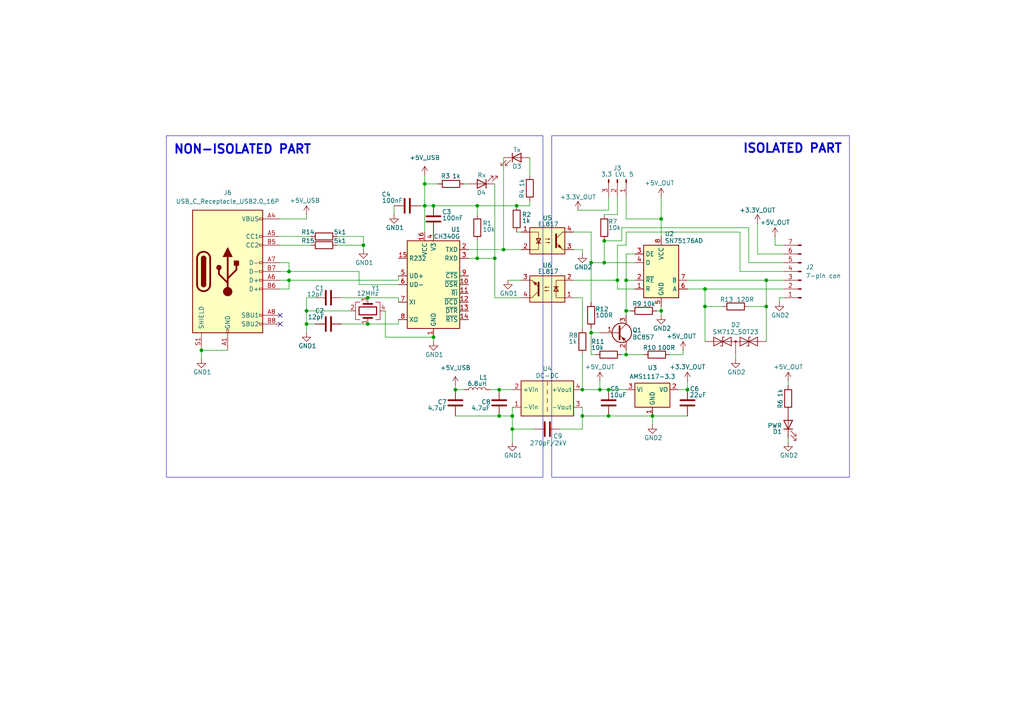
<source format=kicad_sch>
(kicad_sch (version 20250114) (generator "eeschema") (generator_version "9.0")
  (paper "A4")
  (title_block (title "Isolated USB-UART/RS485") (date "2024-11-12"))
  (lib_symbols
    (symbol "Connector:Conn_01x03_Pin" (pin_names (offset 1.016) (hide yes))
      (property "Reference" "J" (at 0 5.08 0))
      (property "Value" "Conn_01x03_Pin" (at 0 -5.08 0))
      (symbol "Conn_01x03_Pin_1_1"
        (rectangle (start 0.8636 2.667) (end 0 2.413) (stroke (width 0.1524)) (fill (type outline)))
        (rectangle (start 0.8636 0.127) (end 0 -0.127) (stroke (width 0.1524)) (fill (type outline)))
        (rectangle (start 0.8636 -2.413) (end 0 -2.667) (stroke (width 0.1524)) (fill (type outline)))
        (polyline (pts (xy 1.27 2.54) (xy 0.8636 2.54)) (stroke (width 0.1524)))
        (polyline (pts (xy 1.27 0) (xy 0.8636 0)) (stroke (width 0.1524)))
        (polyline (pts (xy 1.27 -2.54) (xy 0.8636 -2.54)) (stroke (width 0.1524)))
        (pin passive line (at 5.08 2.54 180) (length 3.81) (name "Pin_1") (number "1"))
        (pin passive line (at 5.08 0 180) (length 3.81) (name "Pin_2") (number "2"))
        (pin passive line (at 5.08 -2.54 180) (length 3.81) (name "Pin_3") (number "3"))
      )
    )
    (symbol "Connector:Conn_01x07_Pin" (pin_names (offset 1.016) (hide yes))
      (property "Reference" "J" (at 0 10.16 0))
      (property "Value" "Conn_01x07_Pin" (at 0 -10.16 0))
      (symbol "Conn_01x07_Pin_1_1"
        (rectangle (start 0.8636 7.747) (end 0 7.493) (stroke (width 0.1524)) (fill (type outline)))
        (rectangle (start 0.8636 5.207) (end 0 4.953) (stroke (width 0.1524)) (fill (type outline)))
        (rectangle (start 0.8636 2.667) (end 0 2.413) (stroke (width 0.1524)) (fill (type outline)))
        (rectangle (start 0.8636 0.127) (end 0 -0.127) (stroke (width 0.1524)) (fill (type outline)))
        (rectangle (start 0.8636 -2.413) (end 0 -2.667) (stroke (width 0.1524)) (fill (type outline)))
        (rectangle (start 0.8636 -4.953) (end 0 -5.207) (stroke (width 0.1524)) (fill (type outline)))
        (rectangle (start 0.8636 -7.493) (end 0 -7.747) (stroke (width 0.1524)) (fill (type outline)))
        (polyline (pts (xy 1.27 7.62) (xy 0.8636 7.62)) (stroke (width 0.1524)))
        (polyline (pts (xy 1.27 5.08) (xy 0.8636 5.08)) (stroke (width 0.1524)))
        (polyline (pts (xy 1.27 2.54) (xy 0.8636 2.54)) (stroke (width 0.1524)))
        (polyline (pts (xy 1.27 0) (xy 0.8636 0)) (stroke (width 0.1524)))
        (polyline (pts (xy 1.27 -2.54) (xy 0.8636 -2.54)) (stroke (width 0.1524)))
        (polyline (pts (xy 1.27 -5.08) (xy 0.8636 -5.08)) (stroke (width 0.1524)))
        (polyline (pts (xy 1.27 -7.62) (xy 0.8636 -7.62)) (stroke (width 0.1524)))
        (pin passive line (at 5.08 7.62 180) (length 3.81) (name "Pin_1") (number "1"))
        (pin passive line (at 5.08 5.08 180) (length 3.81) (name "Pin_2") (number "2"))
        (pin passive line (at 5.08 2.54 180) (length 3.81) (name "Pin_3") (number "3"))
        (pin passive line (at 5.08 0 180) (length 3.81) (name "Pin_4") (number "4"))
        (pin passive line (at 5.08 -2.54 180) (length 3.81) (name "Pin_5") (number "5"))
        (pin passive line (at 5.08 -5.08 180) (length 3.81) (name "Pin_6") (number "6"))
        (pin passive line (at 5.08 -7.62 180) (length 3.81) (name "Pin_7") (number "7"))
      )
    )
    (symbol "Connector:USB_C_Receptacle_USB2.0_16P" (pin_names (offset 1.016))
      (property "Reference" "J" (at 0 22.225 0))
      (property "Value" "USB_C_Receptacle_USB2.0_16P" (at 0 19.685 0))
      (symbol "USB_C_Receptacle_USB2.0_16P_0_0"
        (rectangle (start -0.254 -17.78) (end 0.254 -16.764))
        (rectangle (start 10.16 15.494) (end 9.144 14.986))
        (rectangle (start 10.16 10.414) (end 9.144 9.906))
        (rectangle (start 10.16 7.874) (end 9.144 7.366))
        (rectangle (start 10.16 2.794) (end 9.144 2.286))
        (rectangle (start 10.16 0.254) (end 9.144 -0.254))
        (rectangle (start 10.16 -2.286) (end 9.144 -2.794))
        (rectangle (start 10.16 -4.826) (end 9.144 -5.334))
        (rectangle (start 10.16 -12.446) (end 9.144 -12.954))
        (rectangle (start 10.16 -14.986) (end 9.144 -15.494))
      )
      (symbol "USB_C_Receptacle_USB2.0_16P_0_1"
        (rectangle (start -10.16 17.78) (end 10.16 -17.78) (stroke (width 0.254)) (fill (type background)))
        (polyline (pts (xy -8.89 -3.81) (xy -8.89 3.81)) (stroke (width 0.508)))
        (rectangle (start -7.62 -3.81) (end -6.35 3.81) (stroke (width 0.254)) (fill (type outline)))
        (arc (start -7.62 3.81) (mid -6.985 4.4423) (end -6.35 3.81) (stroke (width 0.254)))
        (arc (start -7.62 3.81) (mid -6.985 4.4423) (end -6.35 3.81) (stroke (width 0.254)) (fill (type outline)))
        (arc (start -8.89 3.81) (mid -6.985 5.7067) (end -5.08 3.81) (stroke (width 0.508)))
        (arc (start -5.08 -3.81) (mid -6.985 -5.7067) (end -8.89 -3.81) (stroke (width 0.508)))
        (arc (start -6.35 -3.81) (mid -6.985 -4.4423) (end -7.62 -3.81) (stroke (width 0.254)))
        (arc (start -6.35 -3.81) (mid -6.985 -4.4423) (end -7.62 -3.81) (stroke (width 0.254)) (fill (type outline)))
        (polyline (pts (xy -5.08 3.81) (xy -5.08 -3.81)) (stroke (width 0.508)))
        (circle (center -2.54 1.143) (radius 0.635) (stroke (width 0.254)) (fill (type outline)))
        (polyline (pts (xy -1.27 4.318) (xy 0 6.858) (xy 1.27 4.318) (xy -1.27 4.318)) (stroke (width 0.254)) (fill (type outline)))
        (polyline (pts (xy 0 -2.032) (xy 2.54 0.508) (xy 2.54 1.778)) (stroke (width 0.508)))
        (polyline (pts (xy 0 -3.302) (xy -2.54 -0.762) (xy -2.54 0.508)) (stroke (width 0.508)))
        (polyline (pts (xy 0 -5.842) (xy 0 4.318)) (stroke (width 0.508)))
        (circle (center 0 -5.842) (radius 1.27) (fill (type outline)))
        (rectangle (start 1.905 1.778) (end 3.175 3.048) (stroke (width 0.254)) (fill (type outline)))
      )
      (symbol "USB_C_Receptacle_USB2.0_16P_1_1"
        (pin passive line (at -7.62 -22.86 90) (length 5.08) (name "SHIELD") (number "S1"))
        (pin passive line (at 0 -22.86 90) (length 5.08) (name "GND") (number "A1"))
        (pin passive line (at 0 -22.86 90) (length 5.08) (hide yes) (name "GND") (number "A12"))
        (pin passive line (at 0 -22.86 90) (length 5.08) (hide yes) (name "GND") (number "B1"))
        (pin passive line (at 0 -22.86 90) (length 5.08) (hide yes) (name "GND") (number "B12"))
        (pin passive line (at 15.24 15.24 180) (length 5.08) (name "VBUS") (number "A4"))
        (pin passive line (at 15.24 15.24 180) (length 5.08) (hide yes) (name "VBUS") (number "A9"))
        (pin passive line (at 15.24 15.24 180) (length 5.08) (hide yes) (name "VBUS") (number "B4"))
        (pin passive line (at 15.24 15.24 180) (length 5.08) (hide yes) (name "VBUS") (number "B9"))
        (pin bidirectional line (at 15.24 10.16 180) (length 5.08) (name "CC1") (number "A5"))
        (pin bidirectional line (at 15.24 7.62 180) (length 5.08) (name "CC2") (number "B5"))
        (pin bidirectional line (at 15.24 2.54 180) (length 5.08) (name "D-") (number "A7"))
        (pin bidirectional line (at 15.24 0 180) (length 5.08) (name "D-") (number "B7"))
        (pin bidirectional line (at 15.24 -2.54 180) (length 5.08) (name "D+") (number "A6"))
        (pin bidirectional line (at 15.24 -5.08 180) (length 5.08) (name "D+") (number "B6"))
        (pin bidirectional line (at 15.24 -12.7 180) (length 5.08) (name "SBU1") (number "A8"))
        (pin bidirectional line (at 15.24 -15.24 180) (length 5.08) (name "SBU2") (number "B8"))
      )
    )
    (symbol "Converter_DCDC:TEA1-0505"
      (property "Reference" "U" (at -7.62 6.35 0))
      (property "Value" "TEA1-0505" (at -2.54 6.35 0))
      (symbol "TEA1-0505_0_0"
        (pin power_in line (at -10.16 2.54 0) (length 2.54) (name "+Vin") (number "2"))
        (pin power_in line (at -10.16 -2.54 0) (length 2.54) (name "-Vin") (number "1"))
        (pin power_out line (at 10.16 2.54 180) (length 2.54) (name "+Vout") (number "4"))
        (pin power_out line (at 10.16 -2.54 180) (length 2.54) (name "-Vout") (number "3"))
      )
      (symbol "TEA1-0505_0_1"
        (rectangle (start -7.62 5.08) (end 7.62 -5.08) (stroke (width 0.254)) (fill (type background)))
        (polyline (pts (xy 0 5.08) (xy 0 3.81)))
        (polyline (pts (xy 0 2.54) (xy 0 1.27)))
        (polyline (pts (xy 0 0) (xy 0 -1.27)))
        (polyline (pts (xy 0 -2.54) (xy 0 -3.81)))
      )
    )
    (symbol "Device:C" (pin_numbers (hide yes)) (pin_names (offset 0.254))
      (property "Reference" "C1" (at 3.81 1.2701 0))
      (property "Value" "12pF" (at 3.81 -1.2699 0))
      (symbol "C_0_1"
        (polyline (pts (xy -2.032 0.762) (xy 2.032 0.762)) (stroke (width 0.508)))
        (polyline (pts (xy -2.032 -0.762) (xy 2.032 -0.762)) (stroke (width 0.508)))
      )
      (symbol "C_1_1"
        (pin passive line (at 0 3.81 270) (length 2.794) (name "~") (number "1"))
        (pin passive line (at 0 -3.81 90) (length 2.794) (name "~") (number "2"))
      )
    )
    (symbol "Device:Crystal_GND24" (pin_names (offset 1.016) (hide yes))
      (property "Reference" "Y1" (at 11.43 6.3186 0))
      (property "Value" "12MHz" (at 11.43 3.7786 0))
      (symbol "Crystal_GND24_0_1"
        (polyline (pts (xy -2.54 2.286) (xy -2.54 3.556) (xy 2.54 3.556) (xy 2.54 2.286)))
        (polyline (pts (xy -2.54 0) (xy -2.032 0)))
        (polyline (pts (xy -2.54 -2.286) (xy -2.54 -3.556) (xy 2.54 -3.556) (xy 2.54 -2.286)))
        (polyline (pts (xy -2.032 -1.27) (xy -2.032 1.27)) (stroke (width 0.508)))
        (rectangle (start -1.143 2.54) (end 1.143 -2.54) (stroke (width 0.3048)))
        (polyline (pts (xy 0 3.556) (xy 0 3.81)))
        (polyline (pts (xy 0 -3.81) (xy 0 -3.556)))
        (polyline (pts (xy 2.032 0) (xy 2.54 0)))
        (polyline (pts (xy 2.032 -1.27) (xy 2.032 1.27)) (stroke (width 0.508)))
      )
      (symbol "Crystal_GND24_1_1"
        (pin passive line (at -3.81 0 0) (length 1.27) (name "1") (number "1"))
        (pin passive line (at 0 5.08 270) (length 1.27) (name "2") (number "2"))
        (pin passive line (at 0 -5.08 90) (length 1.27) (name "4") (number "4"))
        (pin passive line (at 3.81 0 180) (length 1.27) (name "3") (number "3"))
      )
    )
    (symbol "Device:L" (pin_numbers (hide yes)) (pin_names (offset 1.016) (hide yes))
      (property "Reference" "L" (at -1.27 0 90))
      (property "Value" "L" (at 1.905 0 90))
      (symbol "L_0_1"
        (arc (start 0 2.54) (mid 0.6323 1.905) (end 0 1.27))
        (arc (start 0 1.27) (mid 0.6323 0.635) (end 0 0))
        (arc (start 0 0) (mid 0.6323 -0.635) (end 0 -1.27))
        (arc (start 0 -1.27) (mid 0.6323 -1.905) (end 0 -2.54))
      )
      (symbol "L_1_1"
        (pin passive line (at 0 3.81 270) (length 1.27) (name "1") (number "1"))
        (pin passive line (at 0 -3.81 90) (length 1.27) (name "2") (number "2"))
      )
    )
    (symbol "Device:LED" (pin_numbers (hide yes)) (pin_names (offset 1.016) (hide yes))
      (property "Reference" "D" (at 0 2.54 0))
      (property "Value" "LED" (at 0 -2.54 0))
      (symbol "LED_0_1"
        (polyline (pts (xy -3.048 -0.762) (xy -4.572 -2.286) (xy -3.81 -2.286) (xy -4.572 -2.286) (xy -4.572 -1.524)))
        (polyline (pts (xy -1.778 -0.762) (xy -3.302 -2.286) (xy -2.54 -2.286) (xy -3.302 -2.286) (xy -3.302 -1.524)))
        (polyline (pts (xy -1.27 0) (xy 1.27 0)))
        (polyline (pts (xy -1.27 -1.27) (xy -1.27 1.27)) (stroke (width 0.254)))
        (polyline (pts (xy 1.27 -1.27) (xy 1.27 1.27) (xy -1.27 0) (xy 1.27 -1.27)) (stroke (width 0.254)))
      )
      (symbol "LED_1_1"
        (pin passive line (at -3.81 0 0) (length 2.54) (name "K") (number "1"))
        (pin passive line (at 3.81 0 180) (length 2.54) (name "A") (number "2"))
      )
    )
    (symbol "Device:R" (pin_numbers (hide yes)) (pin_names (offset 0))
      (property "Reference" "R" (at 2.032 0 90))
      (property "Value" "R" (at 0 0 90))
      (symbol "R_0_1"
        (rectangle (start -1.016 -2.54) (end 1.016 2.54) (stroke (width 0.254)))
      )
      (symbol "R_1_1"
        (pin passive line (at 0 3.81 270) (length 1.27) (name "~") (number "1"))
        (pin passive line (at 0 -3.81 90) (length 1.27) (name "~") (number "2"))
      )
    )
    (symbol "Diode:SM712_SOT23" (pin_numbers (hide yes)) (pin_names (offset 1.016) (hide yes))
      (property "Reference" "D" (at 0 4.445 0))
      (property "Value" "SM712_SOT23" (at 0 2.54 0))
      (symbol "SM712_SOT23_0_0"
        (polyline (pts (xy 0 -1.27) (xy 0 0)))
      )
      (symbol "SM712_SOT23_0_1"
        (polyline (pts (xy -6.35 0) (xy 6.35 0)))
        (polyline (pts (xy -6.35 -1.27) (xy -1.27 1.27) (xy -1.27 -1.27) (xy -6.35 1.27) (xy -6.35 -1.27)) (stroke (width 0.2032)))
        (polyline (pts (xy -3.302 1.27) (xy -3.81 1.27) (xy -3.81 -1.27) (xy -4.318 -1.27)) (stroke (width 0.2032)))
        (circle (center 0 0) (radius 0.254) (fill (type outline)))
        (polyline (pts (xy 1.27 -1.27) (xy 1.27 1.27) (xy 6.35 -1.27) (xy 6.35 1.27) (xy 1.27 -1.27)) (stroke (width 0.2032)))
        (polyline (pts (xy 4.318 1.27) (xy 3.81 1.27) (xy 3.81 -1.27) (xy 3.302 -1.27)) (stroke (width 0.2032)))
      )
      (symbol "SM712_SOT23_1_1"
        (pin passive line (at -8.89 0 0) (length 2.54) (name "A1") (number "1"))
        (pin input line (at 0 -3.81 90) (length 2.54) (name "common") (number "3"))
        (pin passive line (at 8.89 0 180) (length 2.54) (name "A2") (number "2"))
      )
    )
    (symbol "Interface_UART:SN75176AD"
      (property "Reference" "U" (at -4.318 8.89 0))
      (property "Value" "SN75176AD" (at 1.016 8.89 0))
      (symbol "SN75176AD_0_1"
        (rectangle (start -5.08 7.62) (end 5.08 -7.62) (stroke (width 0.254)) (fill (type background)))
      )
      (symbol "SN75176AD_1_1"
        (pin input line (at -7.62 5.08 0) (length 2.54) (name "DE") (number "3"))
        (pin input line (at -7.62 2.54 0) (length 2.54) (name "D") (number "4"))
        (pin input line (at -7.62 -2.54 0) (length 2.54) (name "~{RE}") (number "2"))
        (pin output line (at -7.62 -5.08 0) (length 2.54) (name "R") (number "1"))
        (pin power_in line (at 0 10.16 270) (length 2.54) (name "VCC") (number "8"))
        (pin power_in line (at 0 -10.16 90) (length 2.54) (name "GND") (number "5"))
        (pin bidirectional line (at 7.62 -2.54 180) (length 2.54) (name "B") (number "7"))
        (pin bidirectional line (at 7.62 -5.08 180) (length 2.54) (name "A") (number "6"))
      )
    )
    (symbol "Interface_USB:CH340G"
      (property "Reference" "U" (at -5.08 13.97 0))
      (property "Value" "CH340G" (at 1.27 13.97 0))
      (symbol "CH340G_0_1"
        (rectangle (start -7.62 12.7) (end 7.62 -12.7) (stroke (width 0.254)) (fill (type background)))
      )
      (symbol "CH340G_1_1"
        (pin input line (at -10.16 7.62 0) (length 2.54) (name "R232") (number "15"))
        (pin bidirectional line (at -10.16 2.54 0) (length 2.54) (name "UD+") (number "5"))
        (pin bidirectional line (at -10.16 0 0) (length 2.54) (name "UD-") (number "6"))
        (pin input line (at -10.16 -5.08 0) (length 2.54) (name "XI") (number "7"))
        (pin output line (at -10.16 -10.16 0) (length 2.54) (name "XO") (number "8"))
        (pin power_in line (at -2.54 15.24 270) (length 2.54) (name "VCC") (number "16"))
        (pin power_out line (at 0 15.24 270) (length 2.54) (name "V3") (number "4"))
        (pin power_in line (at 0 -15.24 90) (length 2.54) (name "GND") (number "1"))
        (pin output line (at 10.16 10.16 180) (length 2.54) (name "TXD") (number "2"))
        (pin input line (at 10.16 7.62 180) (length 2.54) (name "RXD") (number "3"))
        (pin input line (at 10.16 2.54 180) (length 2.54) (name "~{CTS}") (number "9"))
        (pin input line (at 10.16 0 180) (length 2.54) (name "~{DSR}") (number "10"))
        (pin input line (at 10.16 -2.54 180) (length 2.54) (name "~{RI}") (number "11"))
        (pin input line (at 10.16 -5.08 180) (length 2.54) (name "~{DCD}") (number "12"))
        (pin output line (at 10.16 -7.62 180) (length 2.54) (name "~{DTR}") (number "13"))
        (pin output line (at 10.16 -10.16 180) (length 2.54) (name "~{RTS}") (number "14"))
      )
    )
    (symbol "Isolator:LTV-817S" (pin_names (offset 1.016))
      (property "Reference" "U" (at -3.81 5.08 0))
      (property "Value" "LTV-817S" (at 0 -5.08 0))
      (symbol "LTV-817S_1_1"
        (rectangle (start -5.08 3.81) (end 5.08 -3.81) (stroke (width 0.254)) (fill (type background)))
        (polyline (pts (xy -5.08 2.54) (xy -2.54 2.54) (xy -2.54 -0.762)))
        (polyline (pts (xy -3.175 -0.635) (xy -1.905 -0.635)) (stroke (width 0.254)))
        (polyline (pts (xy -2.54 -0.635) (xy -2.54 -2.54) (xy -5.08 -2.54)))
        (polyline (pts (xy -2.54 -0.635) (xy -3.175 0.635) (xy -1.905 0.635) (xy -2.54 -0.635)) (stroke (width 0.254)))
        (polyline (pts (xy -0.508 0.508) (xy 0.762 0.508) (xy 0.381 0.381) (xy 0.381 0.635) (xy 0.762 0.508)))
        (polyline (pts (xy -0.508 -0.508) (xy 0.762 -0.508) (xy 0.381 -0.635) (xy 0.381 -0.381) (xy 0.762 -0.508)))
        (polyline (pts (xy 2.54 1.905) (xy 2.54 -1.905) (xy 2.54 -1.905)) (stroke (width 0.508)))
        (polyline (pts (xy 2.54 0.635) (xy 4.445 2.54)))
        (polyline (pts (xy 3.048 -1.651) (xy 3.556 -1.143) (xy 4.064 -2.159) (xy 3.048 -1.651) (xy 3.048 -1.651)) (fill (type outline)))
        (polyline (pts (xy 4.445 2.54) (xy 5.08 2.54)))
        (polyline (pts (xy 4.445 -2.54) (xy 2.54 -0.635)) (fill (type outline)))
        (polyline (pts (xy 4.445 -2.54) (xy 5.08 -2.54)))
        (pin passive line (at -7.62 2.54 0) (length 2.54) (name "~") (number "1"))
        (pin passive line (at -7.62 -2.54 0) (length 2.54) (name "~") (number "2"))
        (pin passive line (at 7.62 2.54 180) (length 2.54) (name "~") (number "4"))
        (pin passive line (at 7.62 -2.54 180) (length 2.54) (name "~") (number "3"))
      )
    )
    (symbol "Regulator_Linear:AMS1117-3.3"
      (property "Reference" "U" (at -3.81 3.175 0))
      (property "Value" "AMS1117-3.3" (at 0 3.175 0))
      (symbol "AMS1117-3.3_0_1"
        (rectangle (start -5.08 -5.08) (end 5.08 1.905) (stroke (width 0.254)) (fill (type background)))
      )
      (symbol "AMS1117-3.3_1_1"
        (pin power_in line (at -7.62 0 0) (length 2.54) (name "VI") (number "3"))
        (pin power_in line (at 0 -7.62 90) (length 2.54) (name "GND") (number "1"))
        (pin power_out line (at 7.62 0 180) (length 2.54) (name "VO") (number "2"))
      )
    )
    (symbol "Transistor_BJT:BC857" (pin_names (offset 0) (hide yes))
      (property "Reference" "Q" (at 5.08 1.905 0))
      (property "Value" "BC857" (at 5.08 0 0))
      (symbol "BC857_0_1"
        (polyline (pts (xy 0.635 1.905) (xy 0.635 -1.905) (xy 0.635 -1.905)) (stroke (width 0.508)))
        (polyline (pts (xy 0.635 0.635) (xy 2.54 2.54)))
        (polyline (pts (xy 0.635 -0.635) (xy 2.54 -2.54) (xy 2.54 -2.54)))
        (circle (center 1.27 0) (radius 2.8194) (stroke (width 0.254)))
        (polyline (pts (xy 2.286 -1.778) (xy 1.778 -2.286) (xy 1.27 -1.27) (xy 2.286 -1.778) (xy 2.286 -1.778)) (fill (type outline)))
      )
      (symbol "BC857_1_1"
        (pin input line (at -5.08 0 0) (length 5.715) (name "B") (number "1"))
        (pin passive line (at 2.54 5.08 270) (length 2.54) (name "C") (number "3"))
        (pin passive line (at 2.54 -5.08 90) (length 2.54) (name "E") (number "2"))
      )
    )
    (symbol "power:+3.3V" (power) (pin_numbers (hide yes)) (pin_names (offset 0) (hide yes))
      (property "Value" "+3.3V" (at 0 3.556 0))
      (symbol "+3.3V_0_1"
        (polyline (pts (xy -0.762 1.27) (xy 0 2.54)))
        (polyline (pts (xy 0 2.54) (xy 0.762 1.27)))
        (polyline (pts (xy 0 0) (xy 0 2.54)))
      )
      (symbol "+3.3V_1_1"
        (pin power_in line (at 0 0 90) (length 0) (name "~") (number "1"))
      )
    )
    (symbol "power:+5V" (power) (pin_numbers (hide yes)) (pin_names (offset 0) (hide yes))
      (property "Value" "+5V" (at 0 3.556 0))
      (symbol "+5V_0_1"
        (polyline (pts (xy -0.762 1.27) (xy 0 2.54)))
        (polyline (pts (xy 0 2.54) (xy 0.762 1.27)))
        (polyline (pts (xy 0 0) (xy 0 2.54)))
      )
      (symbol "+5V_1_1"
        (pin power_in line (at 0 0 90) (length 0) (name "~") (number "1"))
      )
    )
    (symbol "power:GND1" (power) (pin_numbers (hide yes)) (pin_names (offset 0) (hide yes))
      (property "Value" "GND1" (at 0 -3.81 0))
      (symbol "GND1_0_1"
        (polyline (pts (xy 0 0) (xy 0 -1.27) (xy 1.27 -1.27) (xy 0 -2.54) (xy -1.27 -1.27) (xy 0 -1.27)))
      )
      (symbol "GND1_1_1"
        (pin power_in line (at 0 0 270) (length 0) (name "~") (number "1"))
      )
    )
    (symbol "power:GND2" (power) (pin_numbers (hide yes)) (pin_names (offset 0) (hide yes))
      (property "Value" "GND2" (at 0 -3.81 0))
      (symbol "GND2_0_1"
        (polyline (pts (xy 0 0) (xy 0 -1.27) (xy 1.27 -1.27) (xy 0 -2.54) (xy -1.27 -1.27) (xy 0 -1.27)))
      )
      (symbol "GND2_1_1"
        (pin power_in line (at 0 0 270) (length 0) (name "~") (number "1"))
      )
    )
  )
  (rectangle (start 160.02 39.37) (end 246.38 138.43) (stroke (width 0.127)))
  (rectangle (start 48.26 39.37) (end 157.48 138.43) (stroke (width 0.127)))
  (text "NON-ISOLATED PART" (at 70.358 43.434 0) (effects (font (size 2.54 2.54) (thickness 0.508) (bold yes))))
  (text "ISOLATED PART" (at 229.87 43.18 0) (effects (font (size 2.54 2.54) (thickness 0.508) (bold yes))))
  (junction (at 123.19 59.69))
  (junction (at 144.78 120.65))
  (junction (at 123.19 53.34))
  (junction (at 181.61 81.28))
  (junction (at 144.78 113.03))
  (junction (at 88.9 93.98))
  (junction (at 199.39 113.03))
  (junction (at 176.53 120.65))
  (junction (at 222.25 88.9))
  (junction (at 191.77 63.5))
  (junction (at 181.61 102.87))
  (junction (at 176.53 113.03))
  (junction (at 175.26 76.2))
  (junction (at 191.77 90.17))
  (junction (at 83.82 78.74))
  (junction (at 168.91 113.03))
  (junction (at 189.23 120.65))
  (junction (at 179.07 81.28))
  (junction (at 58.42 101.6))
  (junction (at 168.91 120.65))
  (junction (at 88.9 90.17))
  (junction (at 204.47 83.82))
  (junction (at 171.45 96.52))
  (junction (at 146.05 72.39))
  (junction (at 143.51 74.93))
  (junction (at 175.26 69.85))
  (junction (at 222.25 81.28))
  (junction (at 106.68 93.98))
  (junction (at 148.59 124.46))
  (junction (at 171.45 76.2))
  (junction (at 106.68 86.36))
  (junction (at 148.59 120.65))
  (junction (at 83.82 81.28))
  (junction (at 132.08 113.03))
  (junction (at 204.47 88.9))
  (junction (at 125.73 97.79))
  (junction (at 173.99 113.03))
  (junction (at 138.43 59.69))
  (junction (at 138.43 74.93))
  (junction (at 125.73 59.69))
  (junction (at 149.86 59.69))
  (junction (at 181.61 90.17))
  (junction (at 105.41 71.12))
  (no_connect (at 81.28 93.98))
  (no_connect (at 81.28 91.44))
  (wire (pts (xy 171.45 67.31) (xy 166.37 67.31)))
  (wire (pts (xy 222.25 99.06) (xy 222.25 88.9)))
  (wire (pts (xy 135.89 72.39) (xy 146.05 72.39)))
  (wire (pts (xy 184.15 83.82) (xy 179.07 83.82)))
  (wire (pts (xy 228.6 110.49) (xy 228.6 111.76)))
  (wire (pts (xy 227.33 76.2) (xy 217.17 76.2)))
  (wire (pts (xy 88.9 86.36) (xy 91.44 86.36)))
  (wire (pts (xy 166.37 72.39) (xy 168.91 72.39)))
  (wire (pts (xy 81.28 76.2) (xy 83.82 76.2)))
  (wire (pts (xy 148.59 124.46) (xy 154.94 124.46)))
  (wire (pts (xy 168.91 102.87) (xy 168.91 113.03)))
  (wire (pts (xy 146.05 72.39) (xy 151.13 72.39)))
  (wire (pts (xy 111.76 97.79) (xy 125.73 97.79)))
  (wire (pts (xy 138.43 59.69) (xy 149.86 59.69)))
  (wire (pts (xy 175.26 76.2) (xy 171.45 76.2)))
  (wire (pts (xy 132.08 113.03) (xy 132.08 111.76)))
  (wire (pts (xy 181.61 90.17) (xy 181.61 91.44)))
  (wire (pts (xy 181.61 102.87) (xy 181.61 101.6)))
  (wire (pts (xy 217.17 88.9) (xy 222.25 88.9)))
  (wire (pts (xy 204.47 88.9) (xy 204.47 99.06)))
  (wire (pts (xy 125.73 99.06) (xy 125.73 97.79)))
  (wire (pts (xy 213.36 104.14) (xy 213.36 102.87)))
  (wire (pts (xy 171.45 96.52) (xy 171.45 102.87)))
  (wire (pts (xy 142.24 113.03) (xy 144.78 113.03)))
  (wire (pts (xy 168.91 113.03) (xy 173.99 113.03)))
  (wire (pts (xy 115.57 81.28) (xy 115.57 80.01)))
  (wire (pts (xy 175.26 76.2) (xy 184.15 76.2)))
  (wire (pts (xy 191.77 88.9) (xy 191.77 90.17)))
  (wire (pts (xy 168.91 86.36) (xy 166.37 86.36)))
  (wire (pts (xy 105.41 68.58) (xy 105.41 71.12)))
  (wire (pts (xy 175.26 69.85) (xy 175.26 76.2)))
  (wire (pts (xy 83.82 76.2) (xy 83.82 78.74)))
  (wire (pts (xy 199.39 83.82) (xy 204.47 83.82)))
  (wire (pts (xy 99.06 86.36) (xy 106.68 86.36)))
  (wire (pts (xy 204.47 88.9) (xy 204.47 83.82)))
  (wire (pts (xy 146.05 45.72) (xy 146.05 72.39)))
  (wire (pts (xy 217.17 66.04) (xy 180.34 66.04)))
  (wire (pts (xy 166.37 81.28) (xy 179.07 81.28)))
  (wire (pts (xy 83.82 78.74) (xy 81.28 78.74)))
  (wire (pts (xy 115.57 93.98) (xy 115.57 92.71)))
  (wire (pts (xy 83.82 83.82) (xy 81.28 83.82)))
  (wire (pts (xy 204.47 83.82) (xy 227.33 83.82)))
  (wire (pts (xy 219.71 73.66) (xy 227.33 73.66)))
  (wire (pts (xy 97.79 68.58) (xy 105.41 68.58)))
  (wire (pts (xy 123.19 53.34) (xy 127 53.34)))
  (wire (pts (xy 99.06 93.98) (xy 106.68 93.98)))
  (wire (pts (xy 149.86 67.31) (xy 151.13 67.31)))
  (wire (pts (xy 168.91 86.36) (xy 168.91 95.25)))
  (wire (pts (xy 175.26 69.85) (xy 180.34 69.85)))
  (wire (pts (xy 138.43 74.93) (xy 143.51 74.93)))
  (wire (pts (xy 144.78 113.03) (xy 148.59 113.03)))
  (wire (pts (xy 181.61 73.66) (xy 181.61 81.28)))
  (wire (pts (xy 148.59 120.65) (xy 148.59 124.46)))
  (wire (pts (xy 175.26 62.23) (xy 179.07 62.23)))
  (wire (pts (xy 219.71 64.77) (xy 219.71 73.66)))
  (wire (pts (xy 105.41 72.39) (xy 105.41 71.12)))
  (wire (pts (xy 226.06 86.36) (xy 226.06 87.63)))
  (wire (pts (xy 181.61 67.31) (xy 214.63 67.31)))
  (wire (pts (xy 143.51 74.93) (xy 143.51 86.36)))
  (wire (pts (xy 222.25 88.9) (xy 222.25 81.28)))
  (wire (pts (xy 181.61 57.15) (xy 181.61 63.5)))
  (wire (pts (xy 123.19 59.69) (xy 125.73 59.69)))
  (wire (pts (xy 132.08 113.03) (xy 134.62 113.03)))
  (wire (pts (xy 81.28 68.58) (xy 90.17 68.58)))
  (wire (pts (xy 198.12 102.87) (xy 198.12 101.6)))
  (wire (pts (xy 135.89 74.93) (xy 138.43 74.93)))
  (wire (pts (xy 189.23 120.65) (xy 189.23 123.19)))
  (wire (pts (xy 138.43 69.85) (xy 138.43 74.93)))
  (wire (pts (xy 147.32 81.28) (xy 151.13 81.28)))
  (wire (pts (xy 168.91 124.46) (xy 168.91 120.65)))
  (wire (pts (xy 148.59 118.11) (xy 148.59 120.65)))
  (wire (pts (xy 143.51 86.36) (xy 151.13 86.36)))
  (wire (pts (xy 176.53 113.03) (xy 181.61 113.03)))
  (wire (pts (xy 180.34 66.04) (xy 180.34 69.85)))
  (wire (pts (xy 224.79 71.12) (xy 227.33 71.12)))
  (wire (pts (xy 181.61 102.87) (xy 186.69 102.87)))
  (wire (pts (xy 214.63 78.74) (xy 227.33 78.74)))
  (wire (pts (xy 153.67 59.69) (xy 149.86 59.69)))
  (wire (pts (xy 144.78 120.65) (xy 148.59 120.65)))
  (wire (pts (xy 194.31 102.87) (xy 198.12 102.87)))
  (wire (pts (xy 106.68 93.98) (xy 115.57 93.98)))
  (wire (pts (xy 171.45 95.25) (xy 171.45 96.52)))
  (wire (pts (xy 132.08 120.65) (xy 144.78 120.65)))
  (wire (pts (xy 104.14 82.55) (xy 115.57 82.55)))
  (wire (pts (xy 125.73 59.69) (xy 138.43 59.69)))
  (wire (pts (xy 168.91 120.65) (xy 168.91 118.11)))
  (wire (pts (xy 176.53 60.96) (xy 176.53 57.15)))
  (wire (pts (xy 88.9 93.98) (xy 88.9 96.52)))
  (wire (pts (xy 179.07 71.12) (xy 181.61 71.12)))
  (wire (pts (xy 171.45 76.2) (xy 171.45 87.63)))
  (wire (pts (xy 153.67 58.42) (xy 153.67 59.69)))
  (wire (pts (xy 58.42 101.6) (xy 58.42 104.14)))
  (wire (pts (xy 123.19 53.34) (xy 123.19 59.69)))
  (wire (pts (xy 179.07 81.28) (xy 179.07 71.12)))
  (wire (pts (xy 66.04 101.6) (xy 58.42 101.6)))
  (wire (pts (xy 143.51 53.34) (xy 143.51 74.93)))
  (wire (pts (xy 153.67 45.72) (xy 153.67 50.8)))
  (wire (pts (xy 123.19 50.8) (xy 123.19 53.34)))
  (wire (pts (xy 106.68 86.36) (xy 115.57 86.36)))
  (wire (pts (xy 228.6 127) (xy 228.6 128.27)))
  (wire (pts (xy 97.79 71.12) (xy 105.41 71.12)))
  (wire (pts (xy 115.57 86.36) (xy 115.57 87.63)))
  (wire (pts (xy 81.28 81.28) (xy 83.82 81.28)))
  (wire (pts (xy 191.77 63.5) (xy 191.77 68.58)))
  (wire (pts (xy 81.28 71.12) (xy 90.17 71.12)))
  (wire (pts (xy 214.63 67.31) (xy 214.63 78.74)))
  (wire (pts (xy 138.43 59.69) (xy 138.43 62.23)))
  (wire (pts (xy 204.47 88.9) (xy 209.55 88.9)))
  (wire (pts (xy 104.14 78.74) (xy 104.14 82.55)))
  (wire (pts (xy 168.91 120.65) (xy 176.53 120.65)))
  (wire (pts (xy 199.39 81.28) (xy 222.25 81.28)))
  (wire (pts (xy 222.25 81.28) (xy 227.33 81.28)))
  (wire (pts (xy 83.82 78.74) (xy 104.14 78.74)))
  (wire (pts (xy 180.34 102.87) (xy 181.61 102.87)))
  (wire (pts (xy 134.62 53.34) (xy 135.89 53.34)))
  (wire (pts (xy 179.07 83.82) (xy 179.07 81.28)))
  (wire (pts (xy 189.23 120.65) (xy 199.39 120.65)))
  (wire (pts (xy 168.91 72.39) (xy 168.91 73.66)))
  (wire (pts (xy 181.61 81.28) (xy 184.15 81.28)))
  (wire (pts (xy 81.28 63.5) (xy 88.9 63.5)))
  (wire (pts (xy 191.77 57.15) (xy 191.77 63.5)))
  (wire (pts (xy 88.9 86.36) (xy 88.9 90.17)))
  (wire (pts (xy 88.9 90.17) (xy 88.9 93.98)))
  (wire (pts (xy 190.5 90.17) (xy 191.77 90.17)))
  (wire (pts (xy 173.99 110.49) (xy 173.99 113.03)))
  (wire (pts (xy 114.3 59.69) (xy 114.3 62.23)))
  (wire (pts (xy 173.99 113.03) (xy 176.53 113.03)))
  (wire (pts (xy 115.57 81.28) (xy 83.82 81.28)))
  (wire (pts (xy 217.17 76.2) (xy 217.17 66.04)))
  (wire (pts (xy 181.61 81.28) (xy 181.61 90.17)))
  (wire (pts (xy 184.15 73.66) (xy 181.61 73.66)))
  (wire (pts (xy 196.85 113.03) (xy 199.39 113.03)))
  (wire (pts (xy 88.9 90.17) (xy 101.6 90.17)))
  (wire (pts (xy 83.82 81.28) (xy 83.82 83.82)))
  (wire (pts (xy 111.76 90.17) (xy 111.76 97.79)))
  (wire (pts (xy 167.64 60.96) (xy 176.53 60.96)))
  (wire (pts (xy 181.61 90.17) (xy 182.88 90.17)))
  (wire (pts (xy 179.07 57.15) (xy 179.07 62.23)))
  (wire (pts (xy 176.53 120.65) (xy 189.23 120.65)))
  (wire (pts (xy 171.45 96.52) (xy 173.99 96.52)))
  (wire (pts (xy 88.9 63.5) (xy 88.9 62.23)))
  (wire (pts (xy 171.45 102.87) (xy 172.72 102.87)))
  (wire (pts (xy 181.61 71.12) (xy 181.61 67.31)))
  (wire (pts (xy 148.59 124.46) (xy 148.59 128.27)))
  (wire (pts (xy 121.92 59.69) (xy 123.19 59.69)))
  (wire (pts (xy 171.45 76.2) (xy 171.45 67.31)))
  (wire (pts (xy 199.39 110.49) (xy 199.39 113.03)))
  (wire (pts (xy 181.61 63.5) (xy 191.77 63.5)))
  (wire (pts (xy 191.77 90.17) (xy 191.77 91.44)))
  (wire (pts (xy 227.33 86.36) (xy 226.06 86.36)))
  (wire (pts (xy 88.9 93.98) (xy 91.44 93.98)))
  (wire (pts (xy 123.19 59.69) (xy 123.19 67.31)))
  (wire (pts (xy 162.56 124.46) (xy 168.91 124.46)))
  (wire (pts (xy 224.79 68.58) (xy 224.79 71.12)))
  (symbol (lib_id "Device:R") (at 228.6 115.57 180) (unit 1)
    (property "Reference" "R6" (at 226.314 115.824 90) (effects (justify left)))
    (property "Value" "1k" (at 226.314 112.776 90) (effects (justify left)))
    (property "Footprint" "Resistor_SMD:R_0805_2012Metric" (effects (hide yes)))
    (property "Description" "Resistor" (effects (hide yes)))
  )
  (symbol (lib_id "power:GND2") (at 226.06 87.63 0) (unit 1)
    (property "Reference" "#PWR024" (effects (hide yes)))
    (property "Value" "GND2" (at 226.314 91.44 0))
    (property "Description" "Power symbol creates a global label with name \"GND2\" , ground" (effects (hide yes)))
  )
  (symbol (lib_id "Device:LED") (at 149.86 45.72 0) (unit 1)
    (property "Reference" "D3" (at 148.59 48.26 0) (effects (justify left)))
    (property "Value" "Tx" (at 148.844 43.434 0) (effects (justify left)))
    (property "Footprint" "LED_SMD:LED_0805_2012Metric" (effects (hide yes)))
    (property "Description" "Light emitting diode" (effects (hide yes)))
  )
  (symbol (lib_id "Device:R") (at 130.81 53.34 90) (unit 1)
    (property "Reference" "R3" (at 130.556 51.054 90) (effects (justify left)))
    (property "Value" "1k" (at 133.604 51.054 90) (effects (justify left)))
    (property "Footprint" "Resistor_SMD:R_0805_2012Metric" (effects (hide yes)))
    (property "Description" "Resistor" (effects (hide yes)))
  )
  (symbol (lib_id "Device:C") (at 95.25 93.98 90) (unit 1)
    (property "Reference" "C2" (at 92.71 90.17 90))
    (property "Value" "12pF" (at 91.694 91.948 90))
    (property "Footprint" "Capacitor_SMD:C_0805_2012Metric" (effects (hide yes)))
    (property "Description" "Unpolarized capacitor" (effects (hide yes)))
    (property "LCSC PN" "C106201" (effects (hide yes)))
    (property "MF PN" "CC0402JRNPO9BN120" (effects (hide yes)))
  )
  (symbol (lib_id "Device:C") (at 199.39 116.84 180) (unit 1)
    (property "Reference" "C6" (at 201.422 112.776 0))
    (property "Value" "22uF" (at 202.438 114.554 0))
    (property "Footprint" "Capacitor_SMD:C_0805_2012Metric" (effects (hide yes)))
    (property "Description" "Unpolarized capacitor" (effects (hide yes)))
    (property "LCSC PN" "C415703" (effects (hide yes)))
    (property "MF PN" "GRM155R60J226ME11D" (effects (hide yes)))
  )
  (symbol (lib_id "Device:R") (at 176.53 102.87 270) (unit 1)
    (property "Reference" "R11" (at 171.45 99.06 90) (effects (justify left)))
    (property "Value" "10k" (at 171.45 100.838 90) (effects (justify left)))
    (property "Footprint" "Resistor_SMD:R_0805_2012Metric" (effects (hide yes)))
    (property "Description" "Resistor" (effects (hide yes)))
  )
  (symbol (lib_id "Device:R") (at 171.45 91.44 180) (unit 1)
    (property "Reference" "R12" (at 176.53 89.662 0) (effects (justify left)))
    (property "Value" "100R" (at 177.8 91.44 0) (effects (justify left)))
    (property "Footprint" "Resistor_SMD:R_0805_2012Metric" (effects (hide yes)))
    (property "Description" "Resistor" (effects (hide yes)))
  )
  (symbol (lib_id "power:GND2") (at 213.36 104.14 0) (unit 1)
    (property "Reference" "#PWR016" (effects (hide yes)))
    (property "Value" "GND2" (at 213.614 107.95 0))
    (property "Description" "Power symbol creates a global label with name \"GND2\" , ground" (effects (hide yes)))
  )
  (symbol (lib_id "Device:R") (at 190.5 102.87 270) (unit 1)
    (property "Reference" "R10" (at 186.436 100.838 90) (effects (justify left)))
    (property "Value" "100R" (at 190.754 100.838 90) (effects (justify left)))
    (property "Footprint" "Resistor_SMD:R_0805_2012Metric" (effects (hide yes)))
    (property "Description" "Resistor" (effects (hide yes)))
  )
  (symbol (lib_id "Device:L") (at 138.43 113.03 90) (unit 1)
    (property "Reference" "L1" (at 140.208 109.474 90))
    (property "Value" "6.8uH" (at 138.43 111.252 90))
    (property "Footprint" "Inductor_SMD:L_1206_3216Metric" (effects (hide yes)))
    (property "Description" "Inductor" (effects (hide yes)))
    (property "LCSC PN" "C395031" (effects (hide yes)))
    (property "MF PN" "CMP321609XD6R8MT" (effects (hide yes)))
  )
  (symbol (lib_id "Diode:SM712_SOT23") (at 213.36 99.06 0) (unit 1)
    (property "Reference" "D2" (at 213.36 94.234 0))
    (property "Value" "SM712_SOT23" (at 213.36 96.266 0))
    (property "Footprint" "Package_TO_SOT_SMD:SOT-23" (effects (hide yes)))
    (property "Datasheet" "https://www.littelfuse.com/~/media/electronics/datasheets/tvs_diode_arrays/littelfuse_tvs_diode_array_sm712_datasheet.pdf.pdf" (effects (hide yes)))
    (property "Description" "7V/12V, 600W Asymmetrical TVS Diode Array, SOT-23" (effects (hide yes)))
  )
  (symbol (lib_id "Device:C") (at 132.08 116.84 180) (unit 1)
    (property "Reference" "C7" (at 128.27 116.586 0))
    (property "Value" "4.7uF" (at 126.746 118.364 0))
    (property "Footprint" "Capacitor_SMD:C_0805_2012Metric" (effects (hide yes)))
    (property "Description" "Unpolarized capacitor" (effects (hide yes)))
    (property "LCSC PN" "C2858031" (effects (hide yes)))
    (property "MF PN" "GRM155R61E475ME15D" (effects (hide yes)))
  )
  (symbol (lib_id "power:+5V") (at 198.12 101.6 0) (unit 1)
    (property "Reference" "#PWR018" (effects (hide yes)))
    (property "Value" "+5V_OUT" (at 197.612 97.536 0))
    (property "Description" "Power symbol creates a global label with name \"+5V\"" (effects (hide yes)))
  )
  (symbol (lib_id "power:GND2") (at 189.23 123.19 0) (unit 1)
    (property "Reference" "#PWR06" (effects (hide yes)))
    (property "Value" "GND2" (at 189.484 127 0))
    (property "Description" "Power symbol creates a global label with name \"GND2\" , ground" (effects (hide yes)))
  )
  (symbol (lib_id "Isolator:LTV-817S") (at 158.75 83.82 180) (unit 1)
    (property "Reference" "U6" (at 158.75 76.962 0))
    (property "Value" "EL817" (at 159.004 78.74 0))
    (property "Footprint" "Package_DIP:SMDIP-4_W9.53mm" (effects (hide yes)))
    (property "Datasheet" "http://www.us.liteon.com/downloads/LTV-817-827-847.PDF" (effects (hide yes)))
    (property "Description" "DC Optocoupler, Vce 35V, CTR 50%, SMDIP-4" (effects (hide yes)))
    (property "LCSC PN" "C3031553" (effects (hide yes)))
    (property "MF PN" "EL817S1(A)(TU)-FV" (effects (hide yes)))
  )
  (symbol (lib_id "power:GND2") (at 228.6 128.27 0) (unit 1)
    (property "Reference" "#PWR014" (effects (hide yes)))
    (property "Value" "GND2" (at 228.854 132.08 0))
    (property "Description" "Power symbol creates a global label with name \"GND2\" , ground" (effects (hide yes)))
  )
  (symbol (lib_id "power:GND1") (at 114.3 62.23 0) (unit 1)
    (property "Reference" "#PWR05" (effects (hide yes)))
    (property "Value" "GND1" (at 114.554 66.04 0))
    (property "Description" "Power symbol creates a global label with name \"GND1\" , ground" (effects (hide yes)))
  )
  (symbol (lib_id "Device:R") (at 168.91 99.06 180) (unit 1)
    (property "Reference" "R8" (at 167.64 97.282 0) (effects (justify left)))
    (property "Value" "1k" (at 167.386 99.06 0) (effects (justify left)))
    (property "Footprint" "Resistor_SMD:R_0805_2012Metric" (effects (hide yes)))
    (property "Description" "Resistor" (effects (hide yes)))
  )
  (symbol (lib_id "Connector:Conn_01x07_Pin") (at 232.41 78.74 180) (unit 1)
    (property "Reference" "J2" (at 233.68 77.4699 0) (effects (justify right)))
    (property "Value" "7-pin con" (at 233.68 80.0099 0) (effects (justify right)))
    (property "Footprint" "Connector_PinHeader_2.54mm:PinHeader_1x07_P2.54mm_Vertical" (effects (hide yes)))
    (property "Description" "Generic connector, single row, 01x07, script generated" (effects (hide yes)))
  )
  (symbol (lib_id "Device:R") (at 93.98 71.12 270) (unit 1)
    (property "Reference" "R15" (at 87.376 69.85 90) (effects (justify left)))
    (property "Value" "5k1" (at 96.774 69.85 90) (effects (justify left)))
    (property "Footprint" "Resistor_SMD:R_0805_2012Metric" (effects (hide yes)))
    (property "Description" "Resistor" (effects (hide yes)))
    (property "Manufacturer" "Würth Elektronik" (effects (hide yes)))
    (property "MPN" "560112120019" (effects (hide yes)))
  )
  (symbol (lib_id "Connector:Conn_01x03_Pin") (at 179.07 52.07 270) (unit 1)
    (property "Reference" "J3" (at 179.07 48.768 90))
    (property "Value" "3.3 LVL 5" (at 179.07 50.546 90))
    (property "Footprint" "Connector_PinHeader_2.54mm:PinHeader_1x03_P2.54mm_Vertical" (effects (hide yes)))
    (property "Description" "Generic connector, single row, 01x03, script generated" (effects (hide yes)))
  )
  (symbol (lib_id "power:GND1") (at 105.41 72.39 0) (unit 1)
    (property "Reference" "#PWR025" (effects (hide yes)))
    (property "Value" "GND1" (at 105.664 76.2 0))
    (property "Description" "Power symbol creates a global label with name \"GND1\" , ground" (effects (hide yes)))
  )
  (symbol (lib_id "power:GND1") (at 147.32 81.28 0) (unit 1)
    (property "Reference" "#PWR01" (effects (hide yes)))
    (property "Value" "GND1" (at 147.574 85.09 0))
    (property "Description" "Power symbol creates a global label with name \"GND1\" , ground" (effects (hide yes)))
  )
  (symbol (lib_id "power:+5V") (at 224.79 68.58 0) (unit 1)
    (property "Reference" "#PWR022" (effects (hide yes)))
    (property "Value" "+5V_OUT" (at 224.79 64.516 0))
    (property "Description" "Power symbol creates a global label with name \"+5V\"" (effects (hide yes)))
  )
  (symbol (lib_id "Interface_UART:SN75176AD") (at 191.77 78.74 0) (unit 1)
    (property "Reference" "U2" (at 192.786 67.818 0) (effects (justify left)))
    (property "Value" "SN75176AD" (at 192.786 69.85 0) (effects (justify left)))
    (property "Footprint" "Package_SO:SOIC-8_3.9x4.9mm_P1.27mm" (effects (hide yes)))
    (property "Datasheet" "http://www.ti.com/lit/ds/symlink/sn75176a.pdf" (effects (hide yes)))
    (property "Description" "Differential RS-422/RS-485 bus transceiver, SOIC-8" (effects (hide yes)))
    (property "LCSC PN" "C7063" (effects (hide yes)))
    (property "MF PN" "SN75176BDR" (effects (hide yes)))
  )
  (symbol (lib_id "Device:LED") (at 139.7 53.34 180) (unit 1)
    (property "Reference" "D4" (at 140.97 55.88 0) (effects (justify left)))
    (property "Value" "Rx" (at 140.97 50.8 0) (effects (justify left)))
    (property "Footprint" "LED_SMD:LED_0805_2012Metric" (effects (hide yes)))
    (property "Description" "Light emitting diode" (effects (hide yes)))
  )
  (symbol (lib_id "power:+3.3V") (at 199.39 110.49 0) (unit 1)
    (property "Reference" "#PWR010" (effects (hide yes)))
    (property "Value" "+3.3V_OUT" (at 199.39 106.426 0))
    (property "Description" "Power symbol creates a global label with name \"+3.3V\"" (effects (hide yes)))
  )
  (symbol (lib_id "Device:C") (at 125.73 63.5 180) (unit 1)
    (property "Reference" "C3" (at 129.54 61.468 0))
    (property "Value" "100nF" (at 131.318 63.246 0))
    (property "Footprint" "Capacitor_SMD:C_0805_2012Metric" (effects (hide yes)))
    (property "Description" "Unpolarized capacitor" (effects (hide yes)))
    (property "LCSC PN" "C14663" (effects (hide yes)))
    (property "MF PN" "CC0603KRX7R9BB104" (effects (hide yes)))
  )
  (symbol (lib_id "Device:R") (at 149.86 63.5 0) (unit 1)
    (property "Reference" "R2" (at 151.384 62.23 0) (effects (justify left)))
    (property "Value" "1k" (at 151.384 64.008 0) (effects (justify left)))
    (property "Footprint" "Resistor_SMD:R_0805_2012Metric" (effects (hide yes)))
    (property "Description" "Resistor" (effects (hide yes)))
  )
  (symbol (lib_id "Device:R") (at 138.43 66.04 0) (unit 1)
    (property "Reference" "R1" (at 139.954 64.77 0) (effects (justify left)))
    (property "Value" "10k" (at 139.954 66.548 0) (effects (justify left)))
    (property "Footprint" "Resistor_SMD:R_0805_2012Metric" (effects (hide yes)))
    (property "Description" "Resistor" (effects (hide yes)))
  )
  (symbol (lib_id "power:+5V") (at 191.77 57.15 0) (unit 1)
    (property "Reference" "#PWR03" (effects (hide yes)))
    (property "Value" "+5V_OUT" (at 191.262 53.086 0))
    (property "Description" "Power symbol creates a global label with name \"+5V\"" (effects (hide yes)))
  )
  (symbol (lib_id "Device:R") (at 186.69 90.17 270) (unit 1)
    (property "Reference" "R9" (at 183.388 88.138 90) (effects (justify left)))
    (property "Value" "10k" (at 186.436 88.138 90) (effects (justify left)))
    (property "Footprint" "Resistor_SMD:R_0805_2012Metric" (effects (hide yes)))
    (property "Description" "Resistor" (effects (hide yes)))
  )
  (symbol (lib_id "Regulator_Linear:AMS1117-3.3") (at 189.23 113.03 0) (unit 1)
    (property "Reference" "U3" (at 189.23 106.68 0))
    (property "Value" "AMS1117-3.3" (at 189.23 109.22 0))
    (property "Footprint" "Package_TO_SOT_SMD:SOT-223-3_TabPin2" (effects (hide yes)))
    (property "Datasheet" "http://www.advanced-monolithic.com/pdf/ds1117.pdf" (effects (hide yes)))
    (property "Description" "1A Low Dropout regulator, positive, 3.3V fixed output, SOT-223" (effects (hide yes)))
    (property "LCSC PN" "C110474" (effects (hide yes)))
    (property "MF PN" "AZ1117H-3.3TRG1" (effects (hide yes)))
  )
  (symbol (lib_id "Device:C") (at 158.75 124.46 90) (unit 1)
    (property "Reference" "C9" (at 161.798 126.492 90))
    (property "Value" "270pF/2kV" (at 159.004 128.524 90))
    (property "Footprint" "Capacitor_SMD:C_1206_3216Metric" (effects (hide yes)))
    (property "Description" "Unpolarized capacitor" (effects (hide yes)))
    (property "LCSC PN" "C7393992" (effects (hide yes)))
    (property "MF PN" "TCC1206X7R271K202FT" (effects (hide yes)))
  )
  (symbol (lib_id "power:GND2") (at 168.91 73.66 0) (unit 1)
    (property "Reference" "#PWR017" (effects (hide yes)))
    (property "Value" "GND2" (at 169.164 77.47 0))
    (property "Description" "Power symbol creates a global label with name \"GND2\" , ground" (effects (hide yes)))
  )
  (symbol (lib_id "Interface_USB:CH340G") (at 125.73 82.55 0) (unit 1)
    (property "Reference" "U1" (at 130.81 66.548 0) (effects (justify left)))
    (property "Value" "CH340G" (at 125.73 68.58 0) (effects (justify left)))
    (property "Footprint" "Package_SO:SOIC-16_3.9x9.9mm_P1.27mm" (effects (hide yes)))
    (property "Datasheet" "http://www.datasheet5.com/pdf-local-2195953" (effects (hide yes)))
    (property "Description" "USB serial converter, UART, SOIC-16" (effects (hide yes)))
    (property "LCSC PN" "C14267" (effects (hide yes)))
    (property "MF PN" "  CH340G" (effects (hide yes)))
  )
  (symbol (lib_id "power:+5V") (at 88.9 62.23 0) (unit 1)
    (property "Reference" "#PWR07" (effects (hide yes)))
    (property "Value" "+5V_USB" (at 88.392 58.166 0))
    (property "Description" "Power symbol creates a global label with name \"+5V\"" (effects (hide yes)))
  )
  (symbol (lib_id "power:GND1") (at 88.9 96.52 0) (unit 1)
    (property "Reference" "#PWR011" (effects (hide yes)))
    (property "Value" "GND1" (at 89.154 100.33 0))
    (property "Description" "Power symbol creates a global label with name \"GND1\" , ground" (effects (hide yes)))
  )
  (symbol (lib_id "Device:Crystal_GND24") (at 106.68 90.17 90) (unit 1)
    (property "Reference" "Y1" (at 108.966 83.566 90))
    (property "Value" "12MHz" (at 106.68 85.09 90))
    (property "Footprint" "Crystal:Crystal_SMD_3225-4Pin_3.2x2.5mm" (effects (hide yes)))
    (property "Description" "Four pin crystal, GND on pins 2 and 4" (effects (hide yes)))
    (property "LCSC PN" "C133337" (effects (hide yes)))
    (property "MF PN" "TAXM12M4RFBCCT2T" (effects (hide yes)))
  )
  (symbol (lib_id "power:GND1") (at 58.42 104.14 0) (unit 1)
    (property "Reference" "#PWR026" (effects (hide yes)))
    (property "Value" "GND1" (at 58.674 107.95 0))
    (property "Description" "Power symbol creates a global label with name \"GND1\" , ground" (effects (hide yes)))
  )
  (symbol (lib_id "Connector:USB_C_Receptacle_USB2.0_16P") (at 66.04 78.74 0) (unit 1)
    (property "Reference" "J6" (at 66.04 55.88 0))
    (property "Value" "USB_C_Receptacle_USB2.0_16P" (at 66.04 58.42 0))
    (property "Footprint" "Connector_USB:USB_C_Receptacle_GCT_USB4110" (effects (hide yes)))
    (property "Datasheet" "https://www.usb.org/sites/default/files/documents/usb_type-c.zip" (effects (hide yes)))
    (property "Description" "USB 2.0-only 16P Type-C Receptacle connector" (effects (hide yes)))
    (property "Manufacturer" "GCT " (effects (hide yes)))
    (property "MPN" "USB4110-GF-A " (effects (hide yes)))
  )
  (symbol (lib_id "Converter_DCDC:TEA1-0505") (at 158.75 115.57 0) (unit 1)
    (property "Reference" "U4" (at 158.75 106.934 0))
    (property "Value" "DC-DC" (at 158.75 108.966 0))
    (property "Footprint" "Converter_DCDC:Converter_DCDC_TRACO_TEA1-xxxx_THT" (effects (hide yes)))
    (property "Datasheet" "https://www.tracopower.com/products/tea1.pdf" (effects (hide yes)))
    (property "Description" "1W DC/DC converter unregulated, 4.5-5.5V input, 5V output voltage, 200mA output, 1.5kVDC isolation, SIP-4" (effects (hide yes)))
    (property "LCSC PN" "C7465178" (effects (hide yes)))
    (property "MF PN" "  B0505S-1WR3" (effects (hide yes)))
  )
  (symbol (lib_id "Device:C") (at 144.78 116.84 180) (unit 1)
    (property "Reference" "C8" (at 140.97 116.586 0))
    (property "Value" "4.7uF" (at 139.446 118.364 0))
    (property "Footprint" "Capacitor_SMD:C_0805_2012Metric" (effects (hide yes)))
    (property "Description" "Unpolarized capacitor" (effects (hide yes)))
    (property "LCSC PN" "C2858031" (effects (hide yes)))
    (property "MF PN" "GRM155R61E475ME15D" (effects (hide yes)))
  )
  (symbol (lib_id "power:+3.3V") (at 167.64 60.96 0) (unit 1)
    (property "Reference" "#PWR021" (effects (hide yes)))
    (property "Value" "+3.3V_OUT" (at 167.64 57.15 0))
    (property "Description" "Power symbol creates a global label with name \"+3.3V\"" (effects (hide yes)))
  )
  (symbol (lib_id "Device:R") (at 153.67 54.61 180) (unit 1)
    (property "Reference" "R4" (at 151.384 54.864 90) (effects (justify left)))
    (property "Value" "1k" (at 151.384 51.816 90) (effects (justify left)))
    (property "Footprint" "Resistor_SMD:R_0805_2012Metric" (effects (hide yes)))
    (property "Description" "Resistor" (effects (hide yes)))
  )
  (symbol (lib_id "Device:LED") (at 228.6 123.19 90) (unit 1)
    (property "Reference" "D1" (at 226.822 125.222 90) (effects (justify left)))
    (property "Value" "PWR" (at 226.822 123.444 90) (effects (justify left)))
    (property "Footprint" "LED_SMD:LED_0805_2012Metric" (effects (hide yes)))
    (property "Description" "Light emitting diode" (effects (hide yes)))
  )
  (symbol (lib_id "power:GND1") (at 148.59 128.27 0) (unit 1)
    (property "Reference" "#PWR08" (effects (hide yes)))
    (property "Value" "GND1" (at 148.844 132.08 0))
    (property "Description" "Power symbol creates a global label with name \"GND1\" , ground" (effects (hide yes)))
  )
  (symbol (lib_id "Device:C") (at 95.25 86.36 90) (unit 1)
    (property "Reference" "C1" (at 92.71 83.566 90))
    (property "Value" "12pF" (at 91.44 85.344 90))
    (property "Footprint" "Capacitor_SMD:C_0805_2012Metric" (effects (hide yes)))
    (property "Description" "Unpolarized capacitor" (effects (hide yes)))
    (property "LCSC PN" "C106201" (effects (hide yes)))
    (property "MF PN" "CC0402JRNPO9BN120" (effects (hide yes)))
  )
  (symbol (lib_id "Device:C") (at 118.11 59.69 270) (unit 1)
    (property "Reference" "C4" (at 112.014 56.388 90))
    (property "Value" "100nF" (at 113.792 58.166 90))
    (property "Footprint" "Capacitor_SMD:C_0805_2012Metric" (effects (hide yes)))
    (property "Description" "Unpolarized capacitor" (effects (hide yes)))
    (property "LCSC PN" "C14663" (effects (hide yes)))
    (property "MF PN" "CC0603KRX7R9BB104" (effects (hide yes)))
  )
  (symbol (lib_id "power:+5V") (at 123.19 50.8 0) (unit 1)
    (property "Reference" "#PWR04" (effects (hide yes)))
    (property "Value" "+5V_USB" (at 123.19 45.72 0))
    (property "Description" "Power symbol creates a global label with name \"+5V\"" (effects (hide yes)))
  )
  (symbol (lib_id "Device:R") (at 175.26 66.04 180) (unit 1)
    (property "Reference" "R7" (at 179.07 64.262 0) (effects (justify left)))
    (property "Value" "10k" (at 180.086 66.04 0) (effects (justify left)))
    (property "Footprint" "Resistor_SMD:R_0805_2012Metric" (effects (hide yes)))
    (property "Description" "Resistor" (effects (hide yes)))
  )
  (symbol (lib_id "Transistor_BJT:BC857") (at 179.07 96.52 0) (unit 1)
    (property "Reference" "Q1" (at 183.388 95.758 0) (effects (justify left)))
    (property "Value" "BC857" (at 183.388 97.79 0) (effects (justify left)))
    (property "Footprint" "Package_TO_SOT_SMD:SOT-23" (effects (hide yes)))
    (property "Datasheet" "https://www.onsemi.com/pub/Collateral/BC860-D.pdf" (effects (hide yes)))
    (property "Description" "0.1A Ic, 45V Vce, PNP Transistor, SOT-23" (effects (hide yes)))
  )
  (symbol (lib_id "power:GND1") (at 125.73 99.06 0) (unit 1)
    (property "Reference" "#PWR02" (effects (hide yes)))
    (property "Value" "GND1" (at 125.984 102.87 0))
    (property "Description" "Power symbol creates a global label with name \"GND1\" , ground" (effects (hide yes)))
  )
  (symbol (lib_id "Device:C") (at 176.53 116.84 180) (unit 1)
    (property "Reference" "C5" (at 178.308 112.776 0))
    (property "Value" "10uF" (at 179.324 114.554 0))
    (property "Footprint" "Capacitor_SMD:C_0805_2012Metric" (effects (hide yes)))
    (property "Description" "Unpolarized capacitor" (effects (hide yes)))
    (property "LCSC PN" "C315248" (effects (hide yes)))
    (property "MF PN" "CL05A106MP5NUNC" (effects (hide yes)))
  )
  (symbol (lib_id "power:+5V") (at 132.08 111.76 0) (unit 1)
    (property "Reference" "#PWR09" (effects (hide yes)))
    (property "Value" "+5V_USB" (at 132.08 106.68 0))
    (property "Description" "Power symbol creates a global label with name \"+5V\"" (effects (hide yes)))
  )
  (symbol (lib_id "Isolator:LTV-817S") (at 158.75 69.85 0) (unit 1)
    (property "Reference" "U5" (at 158.75 63.246 0))
    (property "Value" "EL817" (at 159.004 65.024 0))
    (property "Footprint" "Package_DIP:SMDIP-4_W9.53mm" (effects (hide yes)))
    (property "Datasheet" "http://www.us.liteon.com/downloads/LTV-817-827-847.PDF" (effects (hide yes)))
    (property "Description" "DC Optocoupler, Vce 35V, CTR 50%, SMDIP-4" (effects (hide yes)))
    (property "LCSC PN" "C3031553" (effects (hide yes)))
    (property "MF PN" "EL817S1(A)(TU)-FV" (effects (hide yes)))
  )
  (symbol (lib_id "power:+5V") (at 228.6 110.49 0) (unit 1)
    (property "Reference" "#PWR015" (effects (hide yes)))
    (property "Value" "+5V_OUT" (at 228.6 106.426 0))
    (property "Description" "Power symbol creates a global label with name \"+5V\"" (effects (hide yes)))
  )
  (symbol (lib_id "power:GND2") (at 191.77 91.44 0) (unit 1)
    (property "Reference" "#PWR013" (effects (hide yes)))
    (property "Value" "GND2" (at 192.024 95.25 0))
    (property "Description" "Power symbol creates a global label with name \"GND2\" , ground" (effects (hide yes)))
  )
  (symbol (lib_id "power:+5V") (at 173.99 110.49 0) (unit 1)
    (property "Reference" "#PWR012" (effects (hide yes)))
    (property "Value" "+5V_OUT" (at 173.99 106.426 0))
    (property "Description" "Power symbol creates a global label with name \"+5V\"" (effects (hide yes)))
  )
  (symbol (lib_id "Device:R") (at 93.98 68.58 270) (unit 1)
    (property "Reference" "R14" (at 87.376 67.31 90) (effects (justify left)))
    (property "Value" "5k1" (at 96.774 67.31 90) (effects (justify left)))
    (property "Footprint" "Resistor_SMD:R_0805_2012Metric" (effects (hide yes)))
    (property "Description" "Resistor" (effects (hide yes)))
    (property "Manufacturer" "Würth Elektronik" (effects (hide yes)))
    (property "MPN" "560112120019" (effects (hide yes)))
  )
  (symbol (lib_id "Device:R") (at 213.36 88.9 270) (unit 1)
    (property "Reference" "R13" (at 208.788 86.868 90) (effects (justify left)))
    (property "Value" "120R" (at 213.614 86.868 90) (effects (justify left)))
    (property "Footprint" "Resistor_SMD:R_0805_2012Metric" (effects (hide yes)))
    (property "Description" "Resistor" (effects (hide yes)))
  )
  (symbol (lib_id "power:+3.3V") (at 219.71 64.77 0) (unit 1)
    (property "Reference" "#PWR023" (effects (hide yes)))
    (property "Value" "+3.3V_OUT" (at 219.71 60.96 0))
    (property "Description" "Power symbol creates a global label with name \"+3.3V\"" (effects (hide yes)))
  )
)
</source>
